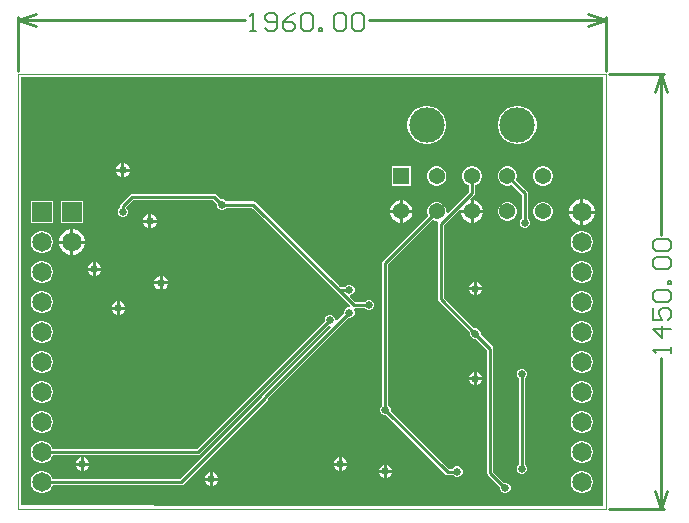
<source format=gbl>
G04*
G04 #@! TF.GenerationSoftware,Altium Limited,Altium Designer,22.1.2 (22)*
G04*
G04 Layer_Physical_Order=2*
G04 Layer_Color=16711680*
%FSLAX24Y24*%
%MOIN*%
G70*
G04*
G04 #@! TF.SameCoordinates,69551EEB-C68B-4B17-9CB5-8D0B25672B83*
G04*
G04*
G04 #@! TF.FilePolarity,Positive*
G04*
G01*
G75*
%ADD12C,0.0079*%
%ADD14C,0.0100*%
%ADD16C,0.0000*%
%ADD17C,0.0060*%
%ADD45C,0.1181*%
%ADD46C,0.0539*%
%ADD47R,0.0539X0.0539*%
%ADD48C,0.0650*%
%ADD49R,0.0650X0.0650*%
%ADD50C,0.0250*%
G36*
X19500Y834D02*
Y552D01*
X19500Y102D01*
X9042D01*
X100Y125D01*
Y14400D01*
X19500D01*
Y834D01*
D02*
G37*
%LPC*%
G36*
X16713Y13441D02*
X16587D01*
X16463Y13417D01*
X16346Y13368D01*
X16241Y13298D01*
X16152Y13209D01*
X16082Y13104D01*
X16034Y12988D01*
X16009Y12864D01*
Y12738D01*
X16034Y12614D01*
X16082Y12497D01*
X16152Y12392D01*
X16241Y12303D01*
X16346Y12233D01*
X16463Y12185D01*
X16587Y12160D01*
X16713D01*
X16836Y12185D01*
X16953Y12233D01*
X17058Y12303D01*
X17147Y12392D01*
X17217Y12497D01*
X17266Y12614D01*
X17290Y12738D01*
Y12864D01*
X17266Y12988D01*
X17217Y13104D01*
X17147Y13209D01*
X17058Y13298D01*
X16953Y13368D01*
X16836Y13417D01*
X16713Y13441D01*
D02*
G37*
G36*
X13689D02*
X13563D01*
X13439Y13417D01*
X13323Y13368D01*
X13218Y13298D01*
X13128Y13209D01*
X13058Y13104D01*
X13010Y12988D01*
X12985Y12864D01*
Y12738D01*
X13010Y12614D01*
X13058Y12497D01*
X13128Y12392D01*
X13218Y12303D01*
X13323Y12233D01*
X13439Y12185D01*
X13563Y12160D01*
X13689D01*
X13813Y12185D01*
X13929Y12233D01*
X14034Y12303D01*
X14124Y12392D01*
X14194Y12497D01*
X14242Y12614D01*
X14267Y12738D01*
Y12864D01*
X14242Y12988D01*
X14194Y13104D01*
X14124Y13209D01*
X14034Y13298D01*
X13929Y13368D01*
X13813Y13417D01*
X13689Y13441D01*
D02*
G37*
G36*
X3550Y11523D02*
Y11350D01*
X3723D01*
X3691Y11427D01*
X3627Y11491D01*
X3550Y11523D01*
D02*
G37*
G36*
X3450D02*
X3373Y11491D01*
X3309Y11427D01*
X3277Y11350D01*
X3450D01*
Y11523D01*
D02*
G37*
G36*
X3723Y11250D02*
X3550D01*
Y11077D01*
X3627Y11109D01*
X3691Y11173D01*
X3723Y11250D01*
D02*
G37*
G36*
X3450D02*
X3277D01*
X3309Y11173D01*
X3373Y11109D01*
X3450Y11077D01*
Y11250D01*
D02*
G37*
G36*
X17542Y11420D02*
X17458D01*
X17377Y11398D01*
X17304Y11356D01*
X17244Y11296D01*
X17202Y11223D01*
X17180Y11142D01*
Y11058D01*
X17202Y10977D01*
X17244Y10904D01*
X17304Y10844D01*
X17377Y10802D01*
X17458Y10780D01*
X17542D01*
X17623Y10802D01*
X17696Y10844D01*
X17756Y10904D01*
X17798Y10977D01*
X17820Y11058D01*
Y11142D01*
X17798Y11223D01*
X17756Y11296D01*
X17696Y11356D01*
X17623Y11398D01*
X17542Y11420D01*
D02*
G37*
G36*
X13999D02*
X13915D01*
X13833Y11398D01*
X13760Y11356D01*
X13701Y11296D01*
X13659Y11223D01*
X13637Y11142D01*
Y11058D01*
X13659Y10977D01*
X13701Y10904D01*
X13760Y10844D01*
X13833Y10802D01*
X13915Y10780D01*
X13999D01*
X14080Y10802D01*
X14153Y10844D01*
X14213Y10904D01*
X14255Y10977D01*
X14276Y11058D01*
Y11142D01*
X14255Y11223D01*
X14213Y11296D01*
X14153Y11356D01*
X14080Y11398D01*
X13999Y11420D01*
D02*
G37*
G36*
X13095D02*
X12456D01*
Y10780D01*
X13095D01*
Y11420D01*
D02*
G37*
G36*
X15188Y10288D02*
Y9969D01*
X15507D01*
X15482Y10062D01*
X15434Y10146D01*
X15365Y10215D01*
X15280Y10263D01*
X15188Y10288D01*
D02*
G37*
G36*
X12826D02*
Y9969D01*
X13145D01*
X13120Y10062D01*
X13071Y10146D01*
X13003Y10215D01*
X12918Y10263D01*
X12826Y10288D01*
D02*
G37*
G36*
X12726D02*
X12633Y10263D01*
X12549Y10215D01*
X12480Y10146D01*
X12431Y10062D01*
X12406Y9969D01*
X12726D01*
Y10288D01*
D02*
G37*
G36*
X18856Y10325D02*
X18850D01*
Y9950D01*
X19225D01*
Y9956D01*
X19196Y10064D01*
X19140Y10161D01*
X19061Y10240D01*
X18964Y10296D01*
X18856Y10325D01*
D02*
G37*
G36*
X18750D02*
X18744D01*
X18636Y10296D01*
X18539Y10240D01*
X18460Y10161D01*
X18404Y10064D01*
X18375Y9956D01*
Y9950D01*
X18750D01*
Y10325D01*
D02*
G37*
G36*
X15180Y11420D02*
X15096D01*
X15014Y11398D01*
X14942Y11356D01*
X14882Y11296D01*
X14840Y11223D01*
X14818Y11142D01*
Y11058D01*
X14840Y10977D01*
X14882Y10904D01*
X14942Y10844D01*
X15014Y10802D01*
X15036Y10796D01*
Y10580D01*
X14322Y9866D01*
X14276Y9891D01*
Y9961D01*
X14255Y10042D01*
X14213Y10115D01*
X14153Y10175D01*
X14080Y10217D01*
X13999Y10239D01*
X13915D01*
X13833Y10217D01*
X13760Y10175D01*
X13701Y10115D01*
X13659Y10042D01*
X13637Y9961D01*
Y9877D01*
X13659Y9796D01*
X13670Y9776D01*
X12178Y8284D01*
X12156Y8251D01*
X12148Y8212D01*
Y3446D01*
X12102Y3399D01*
X12075Y3335D01*
Y3265D01*
X12102Y3201D01*
X12151Y3152D01*
X12215Y3125D01*
X12281D01*
X14253Y1153D01*
X14286Y1131D01*
X14325Y1123D01*
X14529D01*
X14551Y1102D01*
X14615Y1075D01*
X14685D01*
X14749Y1102D01*
X14798Y1151D01*
X14825Y1215D01*
Y1285D01*
X14798Y1349D01*
X14749Y1398D01*
X14685Y1425D01*
X14615D01*
X14551Y1398D01*
X14502Y1349D01*
X14492Y1327D01*
X14367D01*
X12425Y3269D01*
Y3335D01*
X12398Y3399D01*
X12352Y3446D01*
Y8170D01*
X13814Y9632D01*
X13833Y9621D01*
X13915Y9599D01*
X13986D01*
X14008Y9570D01*
X14014Y9552D01*
X14006Y9539D01*
X13998Y9500D01*
Y7000D01*
X14006Y6961D01*
X14028Y6928D01*
X15075Y5881D01*
Y5815D01*
X15102Y5751D01*
X15151Y5702D01*
X15215Y5675D01*
X15281D01*
X15648Y5308D01*
Y1200D01*
X15656Y1161D01*
X15678Y1128D01*
X16075Y731D01*
Y665D01*
X16102Y601D01*
X16151Y552D01*
X16215Y525D01*
X16285D01*
X16349Y552D01*
X16398Y601D01*
X16425Y665D01*
Y735D01*
X16398Y799D01*
X16349Y848D01*
X16285Y875D01*
X16219D01*
X15852Y1242D01*
Y5350D01*
X15844Y5389D01*
X15822Y5422D01*
X15425Y5819D01*
Y5885D01*
X15398Y5949D01*
X15349Y5998D01*
X15285Y6025D01*
X15219D01*
X14202Y7042D01*
Y9458D01*
X14723Y9978D01*
X14740Y9969D01*
X15088D01*
Y10317D01*
X15078Y10334D01*
X15210Y10466D01*
X15232Y10499D01*
X15240Y10538D01*
Y10796D01*
X15261Y10802D01*
X15334Y10844D01*
X15394Y10904D01*
X15436Y10977D01*
X15457Y11058D01*
Y11142D01*
X15436Y11223D01*
X15394Y11296D01*
X15334Y11356D01*
X15261Y11398D01*
X15180Y11420D01*
D02*
G37*
G36*
X4450Y9823D02*
Y9650D01*
X4623D01*
X4591Y9727D01*
X4527Y9791D01*
X4450Y9823D01*
D02*
G37*
G36*
X4350D02*
X4273Y9791D01*
X4209Y9727D01*
X4177Y9650D01*
X4350D01*
Y9823D01*
D02*
G37*
G36*
X17542Y10239D02*
X17458D01*
X17377Y10217D01*
X17304Y10175D01*
X17244Y10115D01*
X17202Y10042D01*
X17180Y9961D01*
Y9877D01*
X17202Y9796D01*
X17244Y9723D01*
X17304Y9663D01*
X17377Y9621D01*
X17458Y9599D01*
X17542D01*
X17623Y9621D01*
X17696Y9663D01*
X17756Y9723D01*
X17798Y9796D01*
X17820Y9877D01*
Y9961D01*
X17798Y10042D01*
X17756Y10115D01*
X17696Y10175D01*
X17623Y10217D01*
X17542Y10239D01*
D02*
G37*
G36*
X16361D02*
X16277D01*
X16195Y10217D01*
X16123Y10175D01*
X16063Y10115D01*
X16021Y10042D01*
X15999Y9961D01*
Y9877D01*
X16021Y9796D01*
X16063Y9723D01*
X16123Y9663D01*
X16195Y9621D01*
X16277Y9599D01*
X16361D01*
X16442Y9621D01*
X16515Y9663D01*
X16575Y9723D01*
X16617Y9796D01*
X16639Y9877D01*
Y9961D01*
X16617Y10042D01*
X16575Y10115D01*
X16515Y10175D01*
X16442Y10217D01*
X16361Y10239D01*
D02*
G37*
G36*
X15507Y9869D02*
X15188D01*
Y9550D01*
X15280Y9574D01*
X15365Y9623D01*
X15434Y9692D01*
X15482Y9776D01*
X15507Y9869D01*
D02*
G37*
G36*
X13145D02*
X12826D01*
Y9550D01*
X12918Y9574D01*
X13003Y9623D01*
X13071Y9692D01*
X13120Y9776D01*
X13145Y9869D01*
D02*
G37*
G36*
X15088D02*
X14768D01*
X14793Y9776D01*
X14842Y9692D01*
X14911Y9623D01*
X14995Y9574D01*
X15088Y9550D01*
Y9869D01*
D02*
G37*
G36*
X12726D02*
X12406D01*
X12431Y9776D01*
X12480Y9692D01*
X12549Y9623D01*
X12633Y9574D01*
X12726Y9550D01*
Y9869D01*
D02*
G37*
G36*
X2175Y10275D02*
X1425D01*
Y9525D01*
X2175D01*
Y10275D01*
D02*
G37*
G36*
X1175D02*
X425D01*
Y9525D01*
X1175D01*
Y10275D01*
D02*
G37*
G36*
X19225Y9850D02*
X18850D01*
Y9475D01*
X18856D01*
X18964Y9504D01*
X19061Y9560D01*
X19140Y9639D01*
X19196Y9736D01*
X19225Y9844D01*
Y9850D01*
D02*
G37*
G36*
X18750D02*
X18375D01*
Y9844D01*
X18404Y9736D01*
X18460Y9639D01*
X18539Y9560D01*
X18636Y9504D01*
X18744Y9475D01*
X18750D01*
Y9850D01*
D02*
G37*
G36*
X4623Y9550D02*
X4450D01*
Y9377D01*
X4527Y9409D01*
X4591Y9473D01*
X4623Y9550D01*
D02*
G37*
G36*
X4350D02*
X4177D01*
X4209Y9473D01*
X4273Y9409D01*
X4350Y9377D01*
Y9550D01*
D02*
G37*
G36*
X16361Y11420D02*
X16277D01*
X16195Y11398D01*
X16123Y11356D01*
X16063Y11296D01*
X16021Y11223D01*
X15999Y11142D01*
Y11058D01*
X16021Y10977D01*
X16063Y10904D01*
X16123Y10844D01*
X16195Y10802D01*
X16277Y10780D01*
X16361D01*
X16442Y10802D01*
X16462Y10813D01*
X16798Y10477D01*
Y9696D01*
X16752Y9649D01*
X16725Y9585D01*
Y9515D01*
X16752Y9451D01*
X16801Y9402D01*
X16865Y9375D01*
X16935D01*
X16999Y9402D01*
X17048Y9451D01*
X17075Y9515D01*
Y9585D01*
X17048Y9649D01*
X17002Y9696D01*
Y10519D01*
X16994Y10558D01*
X16972Y10591D01*
X16606Y10957D01*
X16617Y10977D01*
X16639Y11058D01*
Y11142D01*
X16617Y11223D01*
X16575Y11296D01*
X16515Y11356D01*
X16442Y11398D01*
X16361Y11420D01*
D02*
G37*
G36*
X1856Y9325D02*
X1850D01*
Y8950D01*
X2225D01*
Y8956D01*
X2196Y9064D01*
X2140Y9161D01*
X2061Y9240D01*
X1964Y9296D01*
X1856Y9325D01*
D02*
G37*
G36*
X1750D02*
X1744D01*
X1636Y9296D01*
X1539Y9240D01*
X1460Y9161D01*
X1404Y9064D01*
X1375Y8956D01*
Y8950D01*
X1750D01*
Y9325D01*
D02*
G37*
G36*
X18849Y9275D02*
X18751D01*
X18655Y9249D01*
X18570Y9200D01*
X18500Y9130D01*
X18451Y9045D01*
X18425Y8949D01*
Y8851D01*
X18451Y8755D01*
X18500Y8670D01*
X18570Y8600D01*
X18655Y8551D01*
X18751Y8525D01*
X18849D01*
X18945Y8551D01*
X19030Y8600D01*
X19100Y8670D01*
X19149Y8755D01*
X19175Y8851D01*
Y8949D01*
X19149Y9045D01*
X19100Y9130D01*
X19030Y9200D01*
X18945Y9249D01*
X18849Y9275D01*
D02*
G37*
G36*
X849D02*
X751D01*
X655Y9249D01*
X570Y9200D01*
X500Y9130D01*
X451Y9045D01*
X425Y8949D01*
Y8851D01*
X451Y8755D01*
X500Y8670D01*
X570Y8600D01*
X655Y8551D01*
X751Y8525D01*
X849D01*
X945Y8551D01*
X1030Y8600D01*
X1100Y8670D01*
X1149Y8755D01*
X1175Y8851D01*
Y8949D01*
X1149Y9045D01*
X1100Y9130D01*
X1030Y9200D01*
X945Y9249D01*
X849Y9275D01*
D02*
G37*
G36*
X2225Y8850D02*
X1850D01*
Y8475D01*
X1856D01*
X1964Y8504D01*
X2061Y8560D01*
X2140Y8639D01*
X2196Y8736D01*
X2225Y8844D01*
Y8850D01*
D02*
G37*
G36*
X1750D02*
X1375D01*
Y8844D01*
X1404Y8736D01*
X1460Y8639D01*
X1539Y8560D01*
X1636Y8504D01*
X1744Y8475D01*
X1750D01*
Y8850D01*
D02*
G37*
G36*
X2600Y8223D02*
Y8050D01*
X2773D01*
X2741Y8127D01*
X2677Y8191D01*
X2600Y8223D01*
D02*
G37*
G36*
X2500D02*
X2423Y8191D01*
X2359Y8127D01*
X2327Y8050D01*
X2500D01*
Y8223D01*
D02*
G37*
G36*
X2773Y7950D02*
X2600D01*
Y7777D01*
X2677Y7809D01*
X2741Y7873D01*
X2773Y7950D01*
D02*
G37*
G36*
X2500D02*
X2327D01*
X2359Y7873D01*
X2423Y7809D01*
X2500Y7777D01*
Y7950D01*
D02*
G37*
G36*
X4820Y7764D02*
Y7591D01*
X4993D01*
X4961Y7668D01*
X4897Y7731D01*
X4820Y7764D01*
D02*
G37*
G36*
X4720D02*
X4643Y7731D01*
X4579Y7668D01*
X4547Y7591D01*
X4720D01*
Y7764D01*
D02*
G37*
G36*
X18849Y8275D02*
X18751D01*
X18655Y8249D01*
X18570Y8200D01*
X18500Y8130D01*
X18451Y8045D01*
X18425Y7949D01*
Y7851D01*
X18451Y7755D01*
X18500Y7670D01*
X18570Y7600D01*
X18655Y7551D01*
X18751Y7525D01*
X18849D01*
X18945Y7551D01*
X19030Y7600D01*
X19100Y7670D01*
X19149Y7755D01*
X19175Y7851D01*
Y7949D01*
X19149Y8045D01*
X19100Y8130D01*
X19030Y8200D01*
X18945Y8249D01*
X18849Y8275D01*
D02*
G37*
G36*
X849D02*
X751D01*
X655Y8249D01*
X570Y8200D01*
X500Y8130D01*
X451Y8045D01*
X425Y7949D01*
Y7851D01*
X451Y7755D01*
X500Y7670D01*
X570Y7600D01*
X655Y7551D01*
X751Y7525D01*
X849D01*
X945Y7551D01*
X1030Y7600D01*
X1100Y7670D01*
X1149Y7755D01*
X1175Y7851D01*
Y7949D01*
X1149Y8045D01*
X1100Y8130D01*
X1030Y8200D01*
X945Y8249D01*
X849Y8275D01*
D02*
G37*
G36*
X15300Y7573D02*
Y7400D01*
X15473D01*
X15441Y7477D01*
X15377Y7541D01*
X15300Y7573D01*
D02*
G37*
G36*
X15200D02*
X15123Y7541D01*
X15059Y7477D01*
X15027Y7400D01*
X15200D01*
Y7573D01*
D02*
G37*
G36*
X4993Y7491D02*
X4820D01*
Y7318D01*
X4897Y7350D01*
X4961Y7413D01*
X4993Y7491D01*
D02*
G37*
G36*
X4720D02*
X4547D01*
X4579Y7413D01*
X4643Y7350D01*
X4720Y7318D01*
Y7491D01*
D02*
G37*
G36*
X15473Y7300D02*
X15300D01*
Y7127D01*
X15377Y7159D01*
X15441Y7223D01*
X15473Y7300D01*
D02*
G37*
G36*
X15200D02*
X15027D01*
X15059Y7223D01*
X15123Y7159D01*
X15200Y7127D01*
Y7300D01*
D02*
G37*
G36*
X3400Y6923D02*
Y6750D01*
X3573D01*
X3541Y6827D01*
X3477Y6891D01*
X3400Y6923D01*
D02*
G37*
G36*
X3300D02*
X3223Y6891D01*
X3159Y6827D01*
X3127Y6750D01*
X3300D01*
Y6923D01*
D02*
G37*
G36*
X6550Y10502D02*
X3800D01*
X3761Y10494D01*
X3728Y10472D01*
X3428Y10172D01*
X3406Y10139D01*
X3398Y10100D01*
Y10046D01*
X3352Y9999D01*
X3325Y9935D01*
Y9865D01*
X3352Y9801D01*
X3401Y9752D01*
X3465Y9725D01*
X3535D01*
X3599Y9752D01*
X3648Y9801D01*
X3675Y9865D01*
Y9935D01*
X3648Y9999D01*
X3602Y10046D01*
Y10058D01*
X3842Y10298D01*
X6508D01*
X6625Y10181D01*
Y10115D01*
X6652Y10051D01*
X6701Y10002D01*
X6765Y9975D01*
X6835D01*
X6899Y10002D01*
X6946Y10048D01*
X7808D01*
X10628Y7228D01*
X11081Y6775D01*
X11060Y6725D01*
X11015D01*
X10951Y6698D01*
X10902Y6649D01*
X10875Y6585D01*
Y6519D01*
X10625Y6269D01*
X10575Y6290D01*
Y6335D01*
X10548Y6399D01*
X10499Y6448D01*
X10435Y6475D01*
X10365D01*
X10301Y6448D01*
X10252Y6399D01*
X10225Y6335D01*
Y6269D01*
X5958Y2002D01*
X1161D01*
X1149Y2045D01*
X1100Y2130D01*
X1030Y2200D01*
X945Y2249D01*
X849Y2275D01*
X751D01*
X655Y2249D01*
X570Y2200D01*
X500Y2130D01*
X451Y2045D01*
X425Y1949D01*
Y1851D01*
X451Y1755D01*
X500Y1670D01*
X570Y1600D01*
X655Y1551D01*
X751Y1525D01*
X849D01*
X945Y1551D01*
X1030Y1600D01*
X1100Y1670D01*
X1149Y1755D01*
X1161Y1798D01*
X6000D01*
X6039Y1806D01*
X6072Y1828D01*
X10364Y6120D01*
X10407Y6115D01*
X10425Y6069D01*
X8164Y3808D01*
X8141Y3775D01*
X8134Y3736D01*
Y3728D01*
X5408Y1002D01*
X1161D01*
X1149Y1045D01*
X1100Y1130D01*
X1030Y1200D01*
X945Y1249D01*
X849Y1275D01*
X751D01*
X655Y1249D01*
X570Y1200D01*
X500Y1130D01*
X451Y1045D01*
X425Y949D01*
Y851D01*
X451Y755D01*
X500Y670D01*
X570Y600D01*
X655Y551D01*
X751Y525D01*
X849D01*
X945Y551D01*
X1030Y600D01*
X1100Y670D01*
X1149Y755D01*
X1161Y798D01*
X5450D01*
X5489Y806D01*
X5522Y828D01*
X8308Y3614D01*
X8330Y3647D01*
X8338Y3686D01*
Y3693D01*
X11019Y6375D01*
X11085D01*
X11149Y6402D01*
X11198Y6451D01*
X11225Y6515D01*
Y6585D01*
X11198Y6649D01*
X11220Y6698D01*
X11554D01*
X11601Y6652D01*
X11665Y6625D01*
X11735D01*
X11799Y6652D01*
X11848Y6701D01*
X11875Y6765D01*
Y6835D01*
X11848Y6899D01*
X11799Y6948D01*
X11735Y6975D01*
X11665D01*
X11601Y6948D01*
X11554Y6902D01*
X11242D01*
X11065Y7079D01*
X11085Y7125D01*
X11085D01*
X11149Y7152D01*
X11198Y7201D01*
X11225Y7265D01*
Y7335D01*
X11198Y7399D01*
X11149Y7448D01*
X11085Y7475D01*
X11015D01*
X10951Y7448D01*
X10904Y7402D01*
X10742D01*
X7922Y10222D01*
X7889Y10244D01*
X7850Y10252D01*
X6946D01*
X6899Y10298D01*
X6835Y10325D01*
X6769D01*
X6622Y10472D01*
X6589Y10494D01*
X6550Y10502D01*
D02*
G37*
G36*
X18849Y7275D02*
X18751D01*
X18655Y7249D01*
X18570Y7200D01*
X18500Y7130D01*
X18451Y7045D01*
X18425Y6949D01*
Y6851D01*
X18451Y6755D01*
X18500Y6670D01*
X18570Y6600D01*
X18655Y6551D01*
X18751Y6525D01*
X18849D01*
X18945Y6551D01*
X19030Y6600D01*
X19100Y6670D01*
X19149Y6755D01*
X19175Y6851D01*
Y6949D01*
X19149Y7045D01*
X19100Y7130D01*
X19030Y7200D01*
X18945Y7249D01*
X18849Y7275D01*
D02*
G37*
G36*
X849D02*
X751D01*
X655Y7249D01*
X570Y7200D01*
X500Y7130D01*
X451Y7045D01*
X425Y6949D01*
Y6851D01*
X451Y6755D01*
X500Y6670D01*
X570Y6600D01*
X655Y6551D01*
X751Y6525D01*
X849D01*
X945Y6551D01*
X1030Y6600D01*
X1100Y6670D01*
X1149Y6755D01*
X1175Y6851D01*
Y6949D01*
X1149Y7045D01*
X1100Y7130D01*
X1030Y7200D01*
X945Y7249D01*
X849Y7275D01*
D02*
G37*
G36*
X3573Y6650D02*
X3400D01*
Y6477D01*
X3477Y6509D01*
X3541Y6573D01*
X3573Y6650D01*
D02*
G37*
G36*
X3300D02*
X3127D01*
X3159Y6573D01*
X3223Y6509D01*
X3300Y6477D01*
Y6650D01*
D02*
G37*
G36*
X18849Y6275D02*
X18751D01*
X18655Y6249D01*
X18570Y6200D01*
X18500Y6130D01*
X18451Y6045D01*
X18425Y5949D01*
Y5851D01*
X18451Y5755D01*
X18500Y5670D01*
X18570Y5600D01*
X18655Y5551D01*
X18751Y5525D01*
X18849D01*
X18945Y5551D01*
X19030Y5600D01*
X19100Y5670D01*
X19149Y5755D01*
X19175Y5851D01*
Y5949D01*
X19149Y6045D01*
X19100Y6130D01*
X19030Y6200D01*
X18945Y6249D01*
X18849Y6275D01*
D02*
G37*
G36*
X849D02*
X751D01*
X655Y6249D01*
X570Y6200D01*
X500Y6130D01*
X451Y6045D01*
X425Y5949D01*
Y5851D01*
X451Y5755D01*
X500Y5670D01*
X570Y5600D01*
X655Y5551D01*
X751Y5525D01*
X849D01*
X945Y5551D01*
X1030Y5600D01*
X1100Y5670D01*
X1149Y5755D01*
X1175Y5851D01*
Y5949D01*
X1149Y6045D01*
X1100Y6130D01*
X1030Y6200D01*
X945Y6249D01*
X849Y6275D01*
D02*
G37*
G36*
X18849Y5275D02*
X18751D01*
X18655Y5249D01*
X18570Y5200D01*
X18500Y5130D01*
X18451Y5045D01*
X18425Y4949D01*
Y4851D01*
X18451Y4755D01*
X18500Y4670D01*
X18570Y4600D01*
X18655Y4551D01*
X18751Y4525D01*
X18849D01*
X18945Y4551D01*
X19030Y4600D01*
X19100Y4670D01*
X19149Y4755D01*
X19175Y4851D01*
Y4949D01*
X19149Y5045D01*
X19100Y5130D01*
X19030Y5200D01*
X18945Y5249D01*
X18849Y5275D01*
D02*
G37*
G36*
X849D02*
X751D01*
X655Y5249D01*
X570Y5200D01*
X500Y5130D01*
X451Y5045D01*
X425Y4949D01*
Y4851D01*
X451Y4755D01*
X500Y4670D01*
X570Y4600D01*
X655Y4551D01*
X751Y4525D01*
X849D01*
X945Y4551D01*
X1030Y4600D01*
X1100Y4670D01*
X1149Y4755D01*
X1175Y4851D01*
Y4949D01*
X1149Y5045D01*
X1100Y5130D01*
X1030Y5200D01*
X945Y5249D01*
X849Y5275D01*
D02*
G37*
G36*
X15300Y4573D02*
Y4400D01*
X15473D01*
X15441Y4477D01*
X15377Y4541D01*
X15300Y4573D01*
D02*
G37*
G36*
X15200D02*
X15123Y4541D01*
X15059Y4477D01*
X15027Y4400D01*
X15200D01*
Y4573D01*
D02*
G37*
G36*
X15473Y4300D02*
X15300D01*
Y4127D01*
X15377Y4159D01*
X15441Y4223D01*
X15473Y4300D01*
D02*
G37*
G36*
X15200D02*
X15027D01*
X15059Y4223D01*
X15123Y4159D01*
X15200Y4127D01*
Y4300D01*
D02*
G37*
G36*
X18849Y4275D02*
X18751D01*
X18655Y4249D01*
X18570Y4200D01*
X18500Y4130D01*
X18451Y4045D01*
X18425Y3949D01*
Y3851D01*
X18451Y3755D01*
X18500Y3670D01*
X18570Y3600D01*
X18655Y3551D01*
X18751Y3525D01*
X18849D01*
X18945Y3551D01*
X19030Y3600D01*
X19100Y3670D01*
X19149Y3755D01*
X19175Y3851D01*
Y3949D01*
X19149Y4045D01*
X19100Y4130D01*
X19030Y4200D01*
X18945Y4249D01*
X18849Y4275D01*
D02*
G37*
G36*
X849D02*
X751D01*
X655Y4249D01*
X570Y4200D01*
X500Y4130D01*
X451Y4045D01*
X425Y3949D01*
Y3851D01*
X451Y3755D01*
X500Y3670D01*
X570Y3600D01*
X655Y3551D01*
X751Y3525D01*
X849D01*
X945Y3551D01*
X1030Y3600D01*
X1100Y3670D01*
X1149Y3755D01*
X1175Y3851D01*
Y3949D01*
X1149Y4045D01*
X1100Y4130D01*
X1030Y4200D01*
X945Y4249D01*
X849Y4275D01*
D02*
G37*
G36*
X18849Y3275D02*
X18751D01*
X18655Y3249D01*
X18570Y3200D01*
X18500Y3130D01*
X18451Y3045D01*
X18425Y2949D01*
Y2851D01*
X18451Y2755D01*
X18500Y2670D01*
X18570Y2600D01*
X18655Y2551D01*
X18751Y2525D01*
X18849D01*
X18945Y2551D01*
X19030Y2600D01*
X19100Y2670D01*
X19149Y2755D01*
X19175Y2851D01*
Y2949D01*
X19149Y3045D01*
X19100Y3130D01*
X19030Y3200D01*
X18945Y3249D01*
X18849Y3275D01*
D02*
G37*
G36*
X849D02*
X751D01*
X655Y3249D01*
X570Y3200D01*
X500Y3130D01*
X451Y3045D01*
X425Y2949D01*
Y2851D01*
X451Y2755D01*
X500Y2670D01*
X570Y2600D01*
X655Y2551D01*
X751Y2525D01*
X849D01*
X945Y2551D01*
X1030Y2600D01*
X1100Y2670D01*
X1149Y2755D01*
X1175Y2851D01*
Y2949D01*
X1149Y3045D01*
X1100Y3130D01*
X1030Y3200D01*
X945Y3249D01*
X849Y3275D01*
D02*
G37*
G36*
X10800Y1723D02*
Y1550D01*
X10973D01*
X10941Y1627D01*
X10877Y1691D01*
X10800Y1723D01*
D02*
G37*
G36*
X10700D02*
X10623Y1691D01*
X10559Y1627D01*
X10527Y1550D01*
X10700D01*
Y1723D01*
D02*
G37*
G36*
X2200D02*
Y1550D01*
X2373D01*
X2341Y1627D01*
X2277Y1691D01*
X2200Y1723D01*
D02*
G37*
G36*
X2100D02*
X2023Y1691D01*
X1959Y1627D01*
X1927Y1550D01*
X2100D01*
Y1723D01*
D02*
G37*
G36*
X18849Y2275D02*
X18751D01*
X18655Y2249D01*
X18570Y2200D01*
X18500Y2130D01*
X18451Y2045D01*
X18425Y1949D01*
Y1851D01*
X18451Y1755D01*
X18500Y1670D01*
X18570Y1600D01*
X18655Y1551D01*
X18751Y1525D01*
X18849D01*
X18945Y1551D01*
X19030Y1600D01*
X19100Y1670D01*
X19149Y1755D01*
X19175Y1851D01*
Y1949D01*
X19149Y2045D01*
X19100Y2130D01*
X19030Y2200D01*
X18945Y2249D01*
X18849Y2275D01*
D02*
G37*
G36*
X12302Y1478D02*
Y1305D01*
X12475D01*
X12442Y1383D01*
X12379Y1446D01*
X12302Y1478D01*
D02*
G37*
G36*
X12202D02*
X12124Y1446D01*
X12061Y1383D01*
X12029Y1305D01*
X12202D01*
Y1478D01*
D02*
G37*
G36*
X10973Y1450D02*
X10800D01*
Y1277D01*
X10877Y1309D01*
X10941Y1373D01*
X10973Y1450D01*
D02*
G37*
G36*
X10700D02*
X10527D01*
X10559Y1373D01*
X10623Y1309D01*
X10700Y1277D01*
Y1450D01*
D02*
G37*
G36*
X2373D02*
X2200D01*
Y1277D01*
X2277Y1309D01*
X2341Y1373D01*
X2373Y1450D01*
D02*
G37*
G36*
X2100D02*
X1927D01*
X1959Y1373D01*
X2023Y1309D01*
X2100Y1277D01*
Y1450D01*
D02*
G37*
G36*
X16835Y4675D02*
X16765D01*
X16701Y4648D01*
X16652Y4599D01*
X16625Y4535D01*
Y4465D01*
X16652Y4401D01*
X16698Y4354D01*
Y1496D01*
X16652Y1449D01*
X16625Y1385D01*
Y1315D01*
X16652Y1251D01*
X16701Y1202D01*
X16765Y1175D01*
X16835D01*
X16899Y1202D01*
X16948Y1251D01*
X16975Y1315D01*
Y1385D01*
X16948Y1449D01*
X16902Y1496D01*
Y4354D01*
X16948Y4401D01*
X16975Y4465D01*
Y4535D01*
X16948Y4599D01*
X16899Y4648D01*
X16835Y4675D01*
D02*
G37*
G36*
X6500Y1223D02*
Y1050D01*
X6673D01*
X6641Y1127D01*
X6577Y1191D01*
X6500Y1223D01*
D02*
G37*
G36*
X6400D02*
X6323Y1191D01*
X6259Y1127D01*
X6227Y1050D01*
X6400D01*
Y1223D01*
D02*
G37*
G36*
X12475Y1205D02*
X12302D01*
Y1032D01*
X12379Y1065D01*
X12442Y1128D01*
X12475Y1205D01*
D02*
G37*
G36*
X12202D02*
X12029D01*
X12061Y1128D01*
X12124Y1065D01*
X12202Y1032D01*
Y1205D01*
D02*
G37*
G36*
X6673Y950D02*
X6500D01*
Y777D01*
X6577Y809D01*
X6641Y873D01*
X6673Y950D01*
D02*
G37*
G36*
X6400D02*
X6227D01*
X6259Y873D01*
X6323Y809D01*
X6400Y777D01*
Y950D01*
D02*
G37*
G36*
X18849Y1275D02*
X18751D01*
X18655Y1249D01*
X18570Y1200D01*
X18500Y1130D01*
X18451Y1045D01*
X18425Y949D01*
Y851D01*
X18451Y755D01*
X18500Y670D01*
X18570Y600D01*
X18655Y551D01*
X18751Y525D01*
X18849D01*
X18945Y551D01*
X19030Y600D01*
X19100Y670D01*
X19149Y755D01*
X19175Y851D01*
Y949D01*
X19149Y1045D01*
X19100Y1130D01*
X19030Y1200D01*
X18945Y1249D01*
X18849Y1275D01*
D02*
G37*
%LPD*%
D12*
X150Y11700D02*
X10600D01*
D14*
X3800Y10400D02*
X6550D01*
X3500Y10100D02*
X3800Y10400D01*
X3500Y9900D02*
Y10100D01*
X6550Y10400D02*
X6800Y10150D01*
X7850D01*
X6000Y1900D02*
X10400Y6300D01*
X10700Y7300D02*
X11050D01*
X7850Y10150D02*
X10700Y7300D01*
X11200Y6800D01*
X8236Y3686D02*
Y3736D01*
X5450Y900D02*
X8236Y3686D01*
Y3736D02*
X11050Y6550D01*
X800Y1900D02*
X6000D01*
X800Y900D02*
X5450D01*
X11200Y6800D02*
X11700D01*
X15750Y1200D02*
X16250Y700D01*
X15750Y1200D02*
Y5350D01*
X15250Y5850D02*
X15750Y5350D01*
X14100Y7000D02*
X15250Y5850D01*
X14100Y7000D02*
Y9500D01*
X16800Y1350D02*
Y4500D01*
X15138Y10538D02*
Y11100D01*
X14100Y9500D02*
X15138Y10538D01*
X12250Y3300D02*
X14325Y1225D01*
X14625D01*
X14650Y1250D01*
X12250Y3300D02*
Y8212D01*
X13957Y9919D01*
X16319Y11100D02*
X16900Y10519D01*
Y9550D02*
Y10519D01*
X19600Y14600D02*
Y16400D01*
X0Y14600D02*
Y16400D01*
X11699Y16300D02*
X19600D01*
X0D02*
X7581D01*
X19000Y16500D02*
X19600Y16300D01*
X19000Y16100D02*
X19600Y16300D01*
X0D02*
X600Y16100D01*
X0Y16300D02*
X600Y16500D01*
X19700Y0D02*
X21525D01*
X19700Y14500D02*
X21525D01*
X21425Y0D02*
Y5031D01*
Y9149D02*
Y14500D01*
Y0D02*
X21625Y600D01*
X21225D02*
X21425Y0D01*
X21225Y13900D02*
X21425Y14500D01*
X21625Y13900D01*
D16*
X0Y0D02*
X19600D01*
Y14500D01*
X0D02*
X19600D01*
X0Y0D02*
Y14500D01*
D17*
X7741Y15940D02*
X7941D01*
X7841D01*
Y16540D01*
X7741Y16440D01*
X8240Y16040D02*
X8340Y15940D01*
X8540D01*
X8640Y16040D01*
Y16440D01*
X8540Y16540D01*
X8340D01*
X8240Y16440D01*
Y16340D01*
X8340Y16240D01*
X8640D01*
X9240Y16540D02*
X9040Y16440D01*
X8840Y16240D01*
Y16040D01*
X8940Y15940D01*
X9140D01*
X9240Y16040D01*
Y16140D01*
X9140Y16240D01*
X8840D01*
X9440Y16440D02*
X9540Y16540D01*
X9740D01*
X9840Y16440D01*
Y16040D01*
X9740Y15940D01*
X9540D01*
X9440Y16040D01*
Y16440D01*
X10040Y15940D02*
Y16040D01*
X10140D01*
Y15940D01*
X10040D01*
X10540Y16440D02*
X10640Y16540D01*
X10840D01*
X10940Y16440D01*
Y16040D01*
X10840Y15940D01*
X10640D01*
X10540Y16040D01*
Y16440D01*
X11140D02*
X11239Y16540D01*
X11439D01*
X11539Y16440D01*
Y16040D01*
X11439Y15940D01*
X11239D01*
X11140Y16040D01*
Y16440D01*
X21785Y5191D02*
Y5391D01*
Y5291D01*
X21185D01*
X21285Y5191D01*
X21785Y5990D02*
X21185D01*
X21485Y5690D01*
Y6090D01*
X21185Y6690D02*
Y6290D01*
X21485D01*
X21385Y6490D01*
Y6590D01*
X21485Y6690D01*
X21685D01*
X21785Y6590D01*
Y6390D01*
X21685Y6290D01*
X21285Y6890D02*
X21185Y6990D01*
Y7190D01*
X21285Y7290D01*
X21685D01*
X21785Y7190D01*
Y6990D01*
X21685Y6890D01*
X21285D01*
X21785Y7490D02*
X21685D01*
Y7590D01*
X21785D01*
Y7490D01*
X21285Y7990D02*
X21185Y8090D01*
Y8290D01*
X21285Y8390D01*
X21685D01*
X21785Y8290D01*
Y8090D01*
X21685Y7990D01*
X21285D01*
Y8590D02*
X21185Y8689D01*
Y8889D01*
X21285Y8989D01*
X21685D01*
X21785Y8889D01*
Y8689D01*
X21685Y8590D01*
X21285D01*
D45*
X16650Y12801D02*
D03*
X13626D02*
D03*
D46*
X17500Y9919D02*
D03*
X16319D02*
D03*
X15138D02*
D03*
X13957D02*
D03*
X12776D02*
D03*
X17500Y11100D02*
D03*
X16319D02*
D03*
X15138D02*
D03*
X13957D02*
D03*
D47*
X12776D02*
D03*
D48*
X1800Y8900D02*
D03*
X18800Y900D02*
D03*
Y1900D02*
D03*
Y4900D02*
D03*
Y3900D02*
D03*
Y2900D02*
D03*
Y9900D02*
D03*
Y6900D02*
D03*
Y8900D02*
D03*
Y7900D02*
D03*
Y5900D02*
D03*
X800D02*
D03*
Y2900D02*
D03*
Y3900D02*
D03*
Y4900D02*
D03*
Y1900D02*
D03*
Y900D02*
D03*
Y7900D02*
D03*
Y8900D02*
D03*
Y6900D02*
D03*
D49*
Y9900D02*
D03*
X1800D02*
D03*
D50*
X4770Y7541D02*
D03*
X3500Y9900D02*
D03*
Y11300D02*
D03*
X4400Y9600D02*
D03*
X2550Y8000D02*
D03*
X10400Y6300D02*
D03*
X11050Y7300D02*
D03*
Y6550D02*
D03*
X11700Y6800D02*
D03*
X15250Y5850D02*
D03*
Y4350D02*
D03*
X16800Y4500D02*
D03*
X15250Y7350D02*
D03*
X16900Y9550D02*
D03*
X16250Y700D02*
D03*
X14650Y1250D02*
D03*
X10750Y1500D02*
D03*
X12252Y1255D02*
D03*
X6450Y1000D02*
D03*
X6800Y10150D02*
D03*
X3350Y6700D02*
D03*
X12250Y3300D02*
D03*
X2150Y1500D02*
D03*
X16800Y1350D02*
D03*
M02*

</source>
